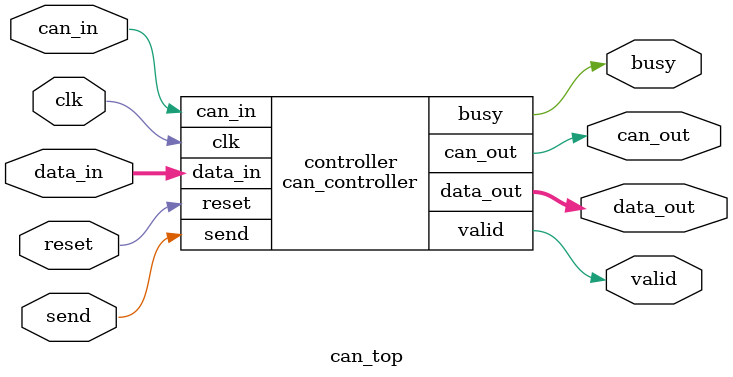
<source format=v>
/* Generated by Yosys 0.9 (git sha1 1979e0b) */

(* src = "can_controller.v:1" *)
module can_controller(clk, reset, data_in, send, can_in, can_out, data_out, valid, busy);
  (* src = "can_controller.v:10" *)
  output busy;
  (* src = "can_controller.v:6" *)
  input can_in;
  (* src = "can_controller.v:7" *)
  output can_out;
  (* src = "can_controller.v:2" *)
  input clk;
  (* src = "can_controller.v:4" *)
  input [7:0] data_in;
  (* src = "can_controller.v:8" *)
  output [7:0] data_out;
  (* src = "can_controller.v:3" *)
  input reset;
  (* src = "can_controller.v:13" *)
  wire rx_valid;
  (* src = "can_controller.v:5" *)
  input send;
  (* src = "can_controller.v:12" *)
  wire tx_busy;
  (* src = "can_controller.v:9" *)
  output valid;
  (* module_not_derived = 32'd1 *)
  (* src = "can_controller.v:24" *)
  can_rx receiver (
    .can_in(can_in),
    .clk(clk),
    .data_out(data_out),
    .reset(reset),
    .valid(rx_valid)
  );
  (* module_not_derived = 32'd1 *)
  (* src = "can_controller.v:15" *)
  can_tx transmitter (
    .busy(tx_busy),
    .can_out(can_out),
    .clk(clk),
    .data_in(data_in),
    .reset(reset),
    .send(send)
  );
  assign busy = tx_busy;
  assign valid = rx_valid;
endmodule

(* src = "can_rx.v:1" *)
module can_rx(clk, reset, can_in, data_out, valid);
  (* src = "can_rx.v:9" *)
  wire [7:0] _00_;
  (* src = "can_rx.v:4" *)
  input can_in;
  (* src = "can_rx.v:2" *)
  input clk;
  (* src = "can_rx.v:5" *)
  output [7:0] data_out;
  reg [7:0] data_out;
  (* src = "can_rx.v:3" *)
  input reset;
  (* src = "can_rx.v:6" *)
  output valid;
  reg valid;
  assign _00_[0] = can_in | data_out[0];
  assign _00_[1] = can_in ? data_out[0] : data_out[1];
  assign _00_[2] = can_in ? data_out[1] : data_out[2];
  assign _00_[3] = can_in ? data_out[2] : data_out[3];
  assign _00_[4] = can_in ? data_out[3] : data_out[4];
  assign _00_[5] = can_in ? data_out[4] : data_out[5];
  assign _00_[6] = can_in ? data_out[5] : data_out[6];
  assign _00_[7] = can_in ? data_out[6] : data_out[7];
  (* src = "can_rx.v:9" *)
  always @(posedge clk or posedge reset)
    if (reset)
      data_out[0] <= 0;
    else
      data_out[0] <= _00_[0];
  (* src = "can_rx.v:9" *)
  always @(posedge clk or posedge reset)
    if (reset)
      data_out[1] <= 0;
    else
      data_out[1] <= _00_[1];
  (* src = "can_rx.v:9" *)
  always @(posedge clk or posedge reset)
    if (reset)
      data_out[2] <= 0;
    else
      data_out[2] <= _00_[2];
  (* src = "can_rx.v:9" *)
  always @(posedge clk or posedge reset)
    if (reset)
      data_out[3] <= 0;
    else
      data_out[3] <= _00_[3];
  (* src = "can_rx.v:9" *)
  always @(posedge clk or posedge reset)
    if (reset)
      data_out[4] <= 0;
    else
      data_out[4] <= _00_[4];
  (* src = "can_rx.v:9" *)
  always @(posedge clk or posedge reset)
    if (reset)
      data_out[5] <= 0;
    else
      data_out[5] <= _00_[5];
  (* src = "can_rx.v:9" *)
  always @(posedge clk or posedge reset)
    if (reset)
      data_out[6] <= 0;
    else
      data_out[6] <= _00_[6];
  (* src = "can_rx.v:9" *)
  always @(posedge clk or posedge reset)
    if (reset)
      data_out[7] <= 0;
    else
      data_out[7] <= _00_[7];
  (* src = "can_rx.v:9" *)
  always @(posedge clk or posedge reset)
    if (reset)
      valid <= 0;
    else
      valid <= can_in;
endmodule

(* top =  1  *)
(* src = "can_top.v:1" *)
module can_top(clk, reset, data_in, send, can_in, can_out, data_out, valid, busy);
  (* src = "can_top.v:10" *)
  output busy;
  (* src = "can_top.v:6" *)
  input can_in;
  (* src = "can_top.v:7" *)
  output can_out;
  (* src = "can_top.v:2" *)
  input clk;
  (* src = "can_top.v:4" *)
  input [7:0] data_in;
  (* src = "can_top.v:8" *)
  output [7:0] data_out;
  (* src = "can_top.v:3" *)
  input reset;
  (* src = "can_top.v:5" *)
  input send;
  (* src = "can_top.v:9" *)
  output valid;
  (* module_not_derived = 32'd1 *)
  (* src = "can_top.v:12" *)
  can_controller controller (
    .busy(busy),
    .can_in(can_in),
    .can_out(can_out),
    .clk(clk),
    .data_in(data_in),
    .data_out(data_out),
    .reset(reset),
    .send(send),
    .valid(valid)
  );
endmodule

(* src = "can_tx.v:1" *)
module can_tx(clk, reset, data_in, send, can_out, busy);
  (* src = "can_tx.v:10" *)
  wire _0_;
  (* src = "can_tx.v:7" *)
  output busy;
  reg busy;
  (* src = "can_tx.v:6" *)
  output can_out;
  reg can_out;
  (* src = "can_tx.v:2" *)
  input clk;
  (* src = "can_tx.v:4" *)
  input [7:0] data_in;
  (* src = "can_tx.v:3" *)
  input reset;
  (* src = "can_tx.v:5" *)
  input send;
  assign _0_ = send ^ can_out;
  (* src = "can_tx.v:10" *)
  always @(posedge clk or posedge reset)
    if (reset)
      can_out <= 1;
    else
      can_out <= _0_;
  (* src = "can_tx.v:10" *)
  always @(posedge clk or posedge reset)
    if (reset)
      busy <= 0;
    else
      busy <= send;
endmodule

</source>
